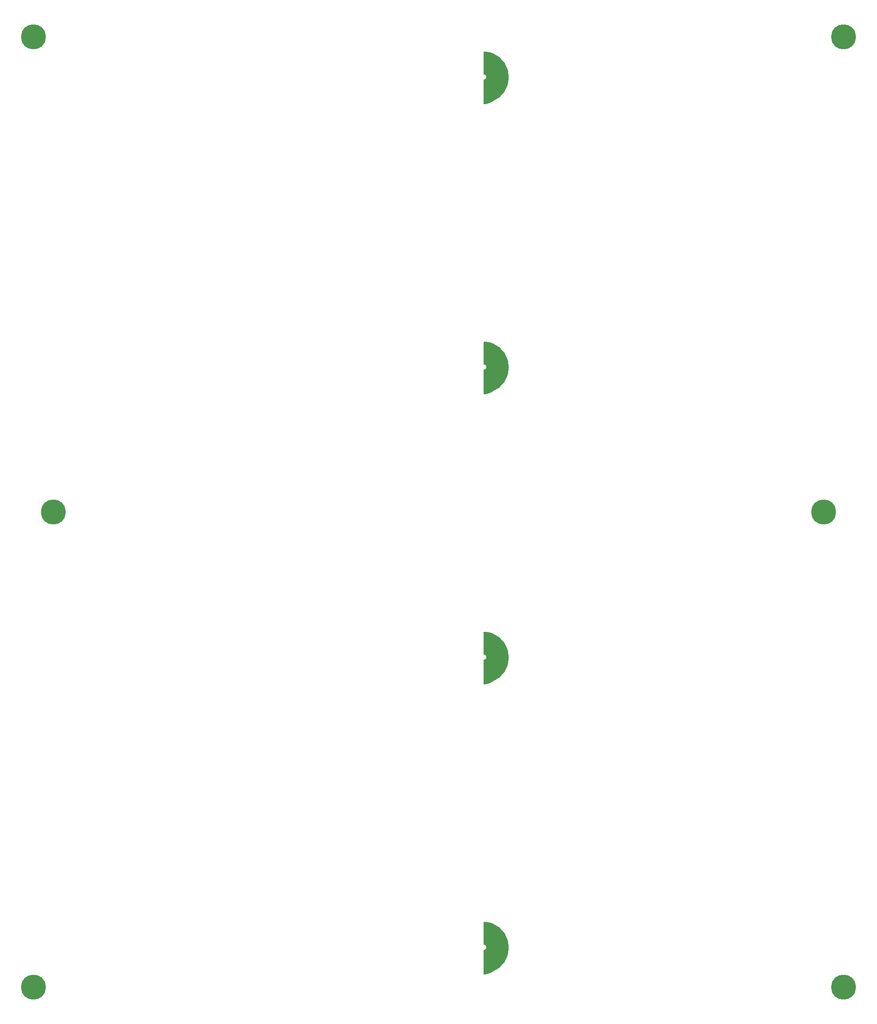
<source format=gbr>
%TF.GenerationSoftware,KiCad,Pcbnew,5.99.0-unknown-c07a38b91~106~ubuntu20.04.1*%
%TF.CreationDate,2020-11-24T10:54:45-06:00*%
%TF.ProjectId,FlatAntPanel4x4,466c6174-416e-4745-9061-6e656c347834,rev?*%
%TF.SameCoordinates,Original*%
%TF.FileFunction,Soldermask,Top*%
%TF.FilePolarity,Negative*%
%FSLAX46Y46*%
G04 Gerber Fmt 4.6, Leading zero omitted, Abs format (unit mm)*
G04 Created by KiCad (PCBNEW 5.99.0-unknown-c07a38b91~106~ubuntu20.04.1) date 2020-11-24 10:54:45*
%MOMM*%
%LPD*%
G01*
G04 APERTURE LIST*
%ADD10C,2.500000*%
%ADD11C,0.000100*%
%ADD12C,5.000000*%
%ADD13C,2.900000*%
G04 APERTURE END LIST*
D10*
%TO.C,FEED 4*%
X103263695Y-196414653D02*
G75*
G02*
X103253400Y-203784238I-1419607J-3682817D01*
G01*
D11*
X103473400Y-195179400D02*
X102003400Y-194959400D01*
X102003400Y-194959400D02*
X102003400Y-199454485D01*
X102003400Y-199454485D02*
X104503400Y-199459400D01*
X104503400Y-199459400D02*
X103473400Y-195179400D01*
G36*
X103473400Y-195179400D02*
G01*
X104503400Y-199459400D01*
X102003400Y-199454485D01*
X102003400Y-194959400D01*
X103473400Y-195179400D01*
G37*
X103473400Y-195179400D02*
X104503400Y-199459400D01*
X102003400Y-199454485D01*
X102003400Y-194959400D01*
X103473400Y-195179400D01*
X104753400Y-200559400D02*
X102003400Y-200559400D01*
X102003400Y-200559400D02*
X102003400Y-205039400D01*
X102003400Y-205039400D02*
X103293400Y-205039400D01*
X103293400Y-205039400D02*
X104753400Y-200559400D01*
G36*
X103293400Y-205039400D02*
G01*
X102003400Y-205039400D01*
X102003400Y-200559400D01*
X104753400Y-200559400D01*
X103293400Y-205039400D01*
G37*
X103293400Y-205039400D02*
X102003400Y-205039400D01*
X102003400Y-200559400D01*
X104753400Y-200559400D01*
X103293400Y-205039400D01*
X103263400Y-195119400D02*
X103093400Y-195079400D01*
X103093400Y-195079400D02*
X102893400Y-195039400D01*
X102893400Y-195039400D02*
X102643400Y-194999400D01*
X102643400Y-194999400D02*
X102453400Y-194979400D01*
X102453400Y-194979400D02*
X102303400Y-194969400D01*
X102303400Y-194969400D02*
X102093400Y-194959400D01*
X102093400Y-194959400D02*
X102003400Y-194959400D01*
X102003400Y-194959400D02*
X103473400Y-195179400D01*
X103473400Y-195179400D02*
X103263400Y-195119400D01*
G36*
X102303400Y-194969400D02*
G01*
X102453400Y-194979400D01*
X102643400Y-194999400D01*
X102893400Y-195039400D01*
X103093400Y-195079400D01*
X103263400Y-195119400D01*
X103473400Y-195179400D01*
X102003400Y-194959400D01*
X102093400Y-194959400D01*
X102303400Y-194969400D01*
G37*
X102303400Y-194969400D02*
X102453400Y-194979400D01*
X102643400Y-194999400D01*
X102893400Y-195039400D01*
X103093400Y-195079400D01*
X103263400Y-195119400D01*
X103473400Y-195179400D01*
X102003400Y-194959400D01*
X102093400Y-194959400D01*
X102303400Y-194969400D01*
X102328400Y-205358150D02*
X102523400Y-205319400D01*
X102523400Y-205319400D02*
X102683400Y-205289400D01*
X102683400Y-205289400D02*
X102883400Y-205239400D01*
X102883400Y-205239400D02*
X103213400Y-205129400D01*
X103213400Y-205129400D02*
X103593400Y-204989400D01*
X103593400Y-204989400D02*
X102003400Y-205029400D01*
X102003400Y-205029400D02*
X102003400Y-205379400D01*
X102003400Y-205379400D02*
X102133400Y-205379400D01*
X102133400Y-205379400D02*
X102328400Y-205358150D01*
G36*
X103213400Y-205129400D02*
G01*
X102883400Y-205239400D01*
X102683400Y-205289400D01*
X102523400Y-205319400D01*
X102328400Y-205358150D01*
X102133400Y-205379400D01*
X102003400Y-205379400D01*
X102003400Y-205029400D01*
X103593400Y-204989400D01*
X103213400Y-205129400D01*
G37*
X103213400Y-205129400D02*
X102883400Y-205239400D01*
X102683400Y-205289400D01*
X102523400Y-205319400D01*
X102328400Y-205358150D01*
X102133400Y-205379400D01*
X102003400Y-205379400D01*
X102003400Y-205029400D01*
X103593400Y-204989400D01*
X103213400Y-205129400D01*
X104573400Y-199449400D02*
X102543400Y-199449400D01*
X102543400Y-199449400D02*
X102543400Y-200559400D01*
X102543400Y-200559400D02*
X104573400Y-200559400D01*
X104573400Y-200559400D02*
X104573400Y-199449400D01*
G36*
X104573400Y-200559400D02*
G01*
X102543400Y-200559400D01*
X102543400Y-199449400D01*
X104573400Y-199449400D01*
X104573400Y-200559400D01*
G37*
X104573400Y-200559400D02*
X102543400Y-200559400D01*
X102543400Y-199449400D01*
X104573400Y-199449400D01*
X104573400Y-200559400D01*
X102613400Y-199439400D02*
X102023400Y-199439400D01*
X102023400Y-199439400D02*
X102113400Y-199459400D01*
X102113400Y-199459400D02*
X102223400Y-199499400D01*
X102223400Y-199499400D02*
X102323400Y-199549400D01*
X102323400Y-199549400D02*
X102413400Y-199619400D01*
X102413400Y-199619400D02*
X102473400Y-199689400D01*
X102473400Y-199689400D02*
X102540900Y-199825650D01*
X102540900Y-199825650D02*
X102552150Y-200048775D01*
X102552150Y-200048775D02*
X102514650Y-200190025D01*
X102514650Y-200190025D02*
X102463400Y-200279400D01*
X102463400Y-200279400D02*
X102413400Y-200349400D01*
X102413400Y-200349400D02*
X102353400Y-200419400D01*
X102353400Y-200419400D02*
X102283400Y-200479400D01*
X102283400Y-200479400D02*
X102213400Y-200519400D01*
X102213400Y-200519400D02*
X102113400Y-200559400D01*
X102113400Y-200559400D02*
X102613400Y-200559400D01*
X102613400Y-200559400D02*
X102613400Y-199439400D01*
G36*
X102613400Y-200559400D02*
G01*
X102113400Y-200559400D01*
X102213400Y-200519400D01*
X102283400Y-200479400D01*
X102353400Y-200419400D01*
X102413400Y-200349400D01*
X102463400Y-200279400D01*
X102514650Y-200190025D01*
X102552150Y-200048775D01*
X102540900Y-199825650D01*
X102473400Y-199689400D01*
X102413400Y-199619400D01*
X102323400Y-199549400D01*
X102223400Y-199499400D01*
X102113400Y-199459400D01*
X102023400Y-199439400D01*
X102613400Y-199439400D01*
X102613400Y-200559400D01*
G37*
X102613400Y-200559400D02*
X102113400Y-200559400D01*
X102213400Y-200519400D01*
X102283400Y-200479400D01*
X102353400Y-200419400D01*
X102413400Y-200349400D01*
X102463400Y-200279400D01*
X102514650Y-200190025D01*
X102552150Y-200048775D01*
X102540900Y-199825650D01*
X102473400Y-199689400D01*
X102413400Y-199619400D01*
X102323400Y-199549400D01*
X102223400Y-199499400D01*
X102113400Y-199459400D01*
X102023400Y-199439400D01*
X102613400Y-199439400D01*
X102613400Y-200559400D01*
D10*
%TO.C,FEED 1*%
X103263695Y-22414653D02*
G75*
G02*
X103253400Y-29784238I-1419607J-3682817D01*
G01*
D11*
X103473400Y-21179400D02*
X102003400Y-20959400D01*
X102003400Y-20959400D02*
X102003400Y-25454485D01*
X102003400Y-25454485D02*
X104503400Y-25459400D01*
X104503400Y-25459400D02*
X103473400Y-21179400D01*
G36*
X103473400Y-21179400D02*
G01*
X104503400Y-25459400D01*
X102003400Y-25454485D01*
X102003400Y-20959400D01*
X103473400Y-21179400D01*
G37*
X103473400Y-21179400D02*
X104503400Y-25459400D01*
X102003400Y-25454485D01*
X102003400Y-20959400D01*
X103473400Y-21179400D01*
X104573400Y-25449400D02*
X102543400Y-25449400D01*
X102543400Y-25449400D02*
X102543400Y-26559400D01*
X102543400Y-26559400D02*
X104573400Y-26559400D01*
X104573400Y-26559400D02*
X104573400Y-25449400D01*
G36*
X104573400Y-26559400D02*
G01*
X102543400Y-26559400D01*
X102543400Y-25449400D01*
X104573400Y-25449400D01*
X104573400Y-26559400D01*
G37*
X104573400Y-26559400D02*
X102543400Y-26559400D01*
X102543400Y-25449400D01*
X104573400Y-25449400D01*
X104573400Y-26559400D01*
X102613400Y-25439400D02*
X102023400Y-25439400D01*
X102023400Y-25439400D02*
X102113400Y-25459400D01*
X102113400Y-25459400D02*
X102223400Y-25499400D01*
X102223400Y-25499400D02*
X102323400Y-25549400D01*
X102323400Y-25549400D02*
X102413400Y-25619400D01*
X102413400Y-25619400D02*
X102473400Y-25689400D01*
X102473400Y-25689400D02*
X102540900Y-25825650D01*
X102540900Y-25825650D02*
X102552150Y-26048775D01*
X102552150Y-26048775D02*
X102514650Y-26190025D01*
X102514650Y-26190025D02*
X102463400Y-26279400D01*
X102463400Y-26279400D02*
X102413400Y-26349400D01*
X102413400Y-26349400D02*
X102353400Y-26419400D01*
X102353400Y-26419400D02*
X102283400Y-26479400D01*
X102283400Y-26479400D02*
X102213400Y-26519400D01*
X102213400Y-26519400D02*
X102113400Y-26559400D01*
X102113400Y-26559400D02*
X102613400Y-26559400D01*
X102613400Y-26559400D02*
X102613400Y-25439400D01*
G36*
X102613400Y-26559400D02*
G01*
X102113400Y-26559400D01*
X102213400Y-26519400D01*
X102283400Y-26479400D01*
X102353400Y-26419400D01*
X102413400Y-26349400D01*
X102463400Y-26279400D01*
X102514650Y-26190025D01*
X102552150Y-26048775D01*
X102540900Y-25825650D01*
X102473400Y-25689400D01*
X102413400Y-25619400D01*
X102323400Y-25549400D01*
X102223400Y-25499400D01*
X102113400Y-25459400D01*
X102023400Y-25439400D01*
X102613400Y-25439400D01*
X102613400Y-26559400D01*
G37*
X102613400Y-26559400D02*
X102113400Y-26559400D01*
X102213400Y-26519400D01*
X102283400Y-26479400D01*
X102353400Y-26419400D01*
X102413400Y-26349400D01*
X102463400Y-26279400D01*
X102514650Y-26190025D01*
X102552150Y-26048775D01*
X102540900Y-25825650D01*
X102473400Y-25689400D01*
X102413400Y-25619400D01*
X102323400Y-25549400D01*
X102223400Y-25499400D01*
X102113400Y-25459400D01*
X102023400Y-25439400D01*
X102613400Y-25439400D01*
X102613400Y-26559400D01*
X103263400Y-21119400D02*
X103093400Y-21079400D01*
X103093400Y-21079400D02*
X102893400Y-21039400D01*
X102893400Y-21039400D02*
X102643400Y-20999400D01*
X102643400Y-20999400D02*
X102453400Y-20979400D01*
X102453400Y-20979400D02*
X102303400Y-20969400D01*
X102303400Y-20969400D02*
X102093400Y-20959400D01*
X102093400Y-20959400D02*
X102003400Y-20959400D01*
X102003400Y-20959400D02*
X103473400Y-21179400D01*
X103473400Y-21179400D02*
X103263400Y-21119400D01*
G36*
X102303400Y-20969400D02*
G01*
X102453400Y-20979400D01*
X102643400Y-20999400D01*
X102893400Y-21039400D01*
X103093400Y-21079400D01*
X103263400Y-21119400D01*
X103473400Y-21179400D01*
X102003400Y-20959400D01*
X102093400Y-20959400D01*
X102303400Y-20969400D01*
G37*
X102303400Y-20969400D02*
X102453400Y-20979400D01*
X102643400Y-20999400D01*
X102893400Y-21039400D01*
X103093400Y-21079400D01*
X103263400Y-21119400D01*
X103473400Y-21179400D01*
X102003400Y-20959400D01*
X102093400Y-20959400D01*
X102303400Y-20969400D01*
X104753400Y-26559400D02*
X102003400Y-26559400D01*
X102003400Y-26559400D02*
X102003400Y-31039400D01*
X102003400Y-31039400D02*
X103293400Y-31039400D01*
X103293400Y-31039400D02*
X104753400Y-26559400D01*
G36*
X103293400Y-31039400D02*
G01*
X102003400Y-31039400D01*
X102003400Y-26559400D01*
X104753400Y-26559400D01*
X103293400Y-31039400D01*
G37*
X103293400Y-31039400D02*
X102003400Y-31039400D01*
X102003400Y-26559400D01*
X104753400Y-26559400D01*
X103293400Y-31039400D01*
X102328400Y-31358150D02*
X102523400Y-31319400D01*
X102523400Y-31319400D02*
X102683400Y-31289400D01*
X102683400Y-31289400D02*
X102883400Y-31239400D01*
X102883400Y-31239400D02*
X103213400Y-31129400D01*
X103213400Y-31129400D02*
X103593400Y-30989400D01*
X103593400Y-30989400D02*
X102003400Y-31029400D01*
X102003400Y-31029400D02*
X102003400Y-31379400D01*
X102003400Y-31379400D02*
X102133400Y-31379400D01*
X102133400Y-31379400D02*
X102328400Y-31358150D01*
G36*
X103213400Y-31129400D02*
G01*
X102883400Y-31239400D01*
X102683400Y-31289400D01*
X102523400Y-31319400D01*
X102328400Y-31358150D01*
X102133400Y-31379400D01*
X102003400Y-31379400D01*
X102003400Y-31029400D01*
X103593400Y-30989400D01*
X103213400Y-31129400D01*
G37*
X103213400Y-31129400D02*
X102883400Y-31239400D01*
X102683400Y-31289400D01*
X102523400Y-31319400D01*
X102328400Y-31358150D01*
X102133400Y-31379400D01*
X102003400Y-31379400D01*
X102003400Y-31029400D01*
X103593400Y-30989400D01*
X103213400Y-31129400D01*
D10*
%TO.C,FEED 2*%
X103263695Y-80414653D02*
G75*
G02*
X103253400Y-87784238I-1419607J-3682817D01*
G01*
D11*
X104573400Y-83449400D02*
X102543400Y-83449400D01*
X102543400Y-83449400D02*
X102543400Y-84559400D01*
X102543400Y-84559400D02*
X104573400Y-84559400D01*
X104573400Y-84559400D02*
X104573400Y-83449400D01*
G36*
X104573400Y-84559400D02*
G01*
X102543400Y-84559400D01*
X102543400Y-83449400D01*
X104573400Y-83449400D01*
X104573400Y-84559400D01*
G37*
X104573400Y-84559400D02*
X102543400Y-84559400D01*
X102543400Y-83449400D01*
X104573400Y-83449400D01*
X104573400Y-84559400D01*
X102328400Y-89358150D02*
X102523400Y-89319400D01*
X102523400Y-89319400D02*
X102683400Y-89289400D01*
X102683400Y-89289400D02*
X102883400Y-89239400D01*
X102883400Y-89239400D02*
X103213400Y-89129400D01*
X103213400Y-89129400D02*
X103593400Y-88989400D01*
X103593400Y-88989400D02*
X102003400Y-89029400D01*
X102003400Y-89029400D02*
X102003400Y-89379400D01*
X102003400Y-89379400D02*
X102133400Y-89379400D01*
X102133400Y-89379400D02*
X102328400Y-89358150D01*
G36*
X103213400Y-89129400D02*
G01*
X102883400Y-89239400D01*
X102683400Y-89289400D01*
X102523400Y-89319400D01*
X102328400Y-89358150D01*
X102133400Y-89379400D01*
X102003400Y-89379400D01*
X102003400Y-89029400D01*
X103593400Y-88989400D01*
X103213400Y-89129400D01*
G37*
X103213400Y-89129400D02*
X102883400Y-89239400D01*
X102683400Y-89289400D01*
X102523400Y-89319400D01*
X102328400Y-89358150D01*
X102133400Y-89379400D01*
X102003400Y-89379400D01*
X102003400Y-89029400D01*
X103593400Y-88989400D01*
X103213400Y-89129400D01*
X104753400Y-84559400D02*
X102003400Y-84559400D01*
X102003400Y-84559400D02*
X102003400Y-89039400D01*
X102003400Y-89039400D02*
X103293400Y-89039400D01*
X103293400Y-89039400D02*
X104753400Y-84559400D01*
G36*
X103293400Y-89039400D02*
G01*
X102003400Y-89039400D01*
X102003400Y-84559400D01*
X104753400Y-84559400D01*
X103293400Y-89039400D01*
G37*
X103293400Y-89039400D02*
X102003400Y-89039400D01*
X102003400Y-84559400D01*
X104753400Y-84559400D01*
X103293400Y-89039400D01*
X102613400Y-83439400D02*
X102023400Y-83439400D01*
X102023400Y-83439400D02*
X102113400Y-83459400D01*
X102113400Y-83459400D02*
X102223400Y-83499400D01*
X102223400Y-83499400D02*
X102323400Y-83549400D01*
X102323400Y-83549400D02*
X102413400Y-83619400D01*
X102413400Y-83619400D02*
X102473400Y-83689400D01*
X102473400Y-83689400D02*
X102540900Y-83825650D01*
X102540900Y-83825650D02*
X102552150Y-84048775D01*
X102552150Y-84048775D02*
X102514650Y-84190025D01*
X102514650Y-84190025D02*
X102463400Y-84279400D01*
X102463400Y-84279400D02*
X102413400Y-84349400D01*
X102413400Y-84349400D02*
X102353400Y-84419400D01*
X102353400Y-84419400D02*
X102283400Y-84479400D01*
X102283400Y-84479400D02*
X102213400Y-84519400D01*
X102213400Y-84519400D02*
X102113400Y-84559400D01*
X102113400Y-84559400D02*
X102613400Y-84559400D01*
X102613400Y-84559400D02*
X102613400Y-83439400D01*
G36*
X102613400Y-84559400D02*
G01*
X102113400Y-84559400D01*
X102213400Y-84519400D01*
X102283400Y-84479400D01*
X102353400Y-84419400D01*
X102413400Y-84349400D01*
X102463400Y-84279400D01*
X102514650Y-84190025D01*
X102552150Y-84048775D01*
X102540900Y-83825650D01*
X102473400Y-83689400D01*
X102413400Y-83619400D01*
X102323400Y-83549400D01*
X102223400Y-83499400D01*
X102113400Y-83459400D01*
X102023400Y-83439400D01*
X102613400Y-83439400D01*
X102613400Y-84559400D01*
G37*
X102613400Y-84559400D02*
X102113400Y-84559400D01*
X102213400Y-84519400D01*
X102283400Y-84479400D01*
X102353400Y-84419400D01*
X102413400Y-84349400D01*
X102463400Y-84279400D01*
X102514650Y-84190025D01*
X102552150Y-84048775D01*
X102540900Y-83825650D01*
X102473400Y-83689400D01*
X102413400Y-83619400D01*
X102323400Y-83549400D01*
X102223400Y-83499400D01*
X102113400Y-83459400D01*
X102023400Y-83439400D01*
X102613400Y-83439400D01*
X102613400Y-84559400D01*
X103473400Y-79179400D02*
X102003400Y-78959400D01*
X102003400Y-78959400D02*
X102003400Y-83454485D01*
X102003400Y-83454485D02*
X104503400Y-83459400D01*
X104503400Y-83459400D02*
X103473400Y-79179400D01*
G36*
X103473400Y-79179400D02*
G01*
X104503400Y-83459400D01*
X102003400Y-83454485D01*
X102003400Y-78959400D01*
X103473400Y-79179400D01*
G37*
X103473400Y-79179400D02*
X104503400Y-83459400D01*
X102003400Y-83454485D01*
X102003400Y-78959400D01*
X103473400Y-79179400D01*
X103263400Y-79119400D02*
X103093400Y-79079400D01*
X103093400Y-79079400D02*
X102893400Y-79039400D01*
X102893400Y-79039400D02*
X102643400Y-78999400D01*
X102643400Y-78999400D02*
X102453400Y-78979400D01*
X102453400Y-78979400D02*
X102303400Y-78969400D01*
X102303400Y-78969400D02*
X102093400Y-78959400D01*
X102093400Y-78959400D02*
X102003400Y-78959400D01*
X102003400Y-78959400D02*
X103473400Y-79179400D01*
X103473400Y-79179400D02*
X103263400Y-79119400D01*
G36*
X102303400Y-78969400D02*
G01*
X102453400Y-78979400D01*
X102643400Y-78999400D01*
X102893400Y-79039400D01*
X103093400Y-79079400D01*
X103263400Y-79119400D01*
X103473400Y-79179400D01*
X102003400Y-78959400D01*
X102093400Y-78959400D01*
X102303400Y-78969400D01*
G37*
X102303400Y-78969400D02*
X102453400Y-78979400D01*
X102643400Y-78999400D01*
X102893400Y-79039400D01*
X103093400Y-79079400D01*
X103263400Y-79119400D01*
X103473400Y-79179400D01*
X102003400Y-78959400D01*
X102093400Y-78959400D01*
X102303400Y-78969400D01*
D10*
%TO.C,FEED 3*%
X103263695Y-138414653D02*
G75*
G02*
X103253400Y-145784238I-1419607J-3682817D01*
G01*
D11*
X102613400Y-141439400D02*
X102023400Y-141439400D01*
X102023400Y-141439400D02*
X102113400Y-141459400D01*
X102113400Y-141459400D02*
X102223400Y-141499400D01*
X102223400Y-141499400D02*
X102323400Y-141549400D01*
X102323400Y-141549400D02*
X102413400Y-141619400D01*
X102413400Y-141619400D02*
X102473400Y-141689400D01*
X102473400Y-141689400D02*
X102540900Y-141825650D01*
X102540900Y-141825650D02*
X102552150Y-142048775D01*
X102552150Y-142048775D02*
X102514650Y-142190025D01*
X102514650Y-142190025D02*
X102463400Y-142279400D01*
X102463400Y-142279400D02*
X102413400Y-142349400D01*
X102413400Y-142349400D02*
X102353400Y-142419400D01*
X102353400Y-142419400D02*
X102283400Y-142479400D01*
X102283400Y-142479400D02*
X102213400Y-142519400D01*
X102213400Y-142519400D02*
X102113400Y-142559400D01*
X102113400Y-142559400D02*
X102613400Y-142559400D01*
X102613400Y-142559400D02*
X102613400Y-141439400D01*
G36*
X102613400Y-142559400D02*
G01*
X102113400Y-142559400D01*
X102213400Y-142519400D01*
X102283400Y-142479400D01*
X102353400Y-142419400D01*
X102413400Y-142349400D01*
X102463400Y-142279400D01*
X102514650Y-142190025D01*
X102552150Y-142048775D01*
X102540900Y-141825650D01*
X102473400Y-141689400D01*
X102413400Y-141619400D01*
X102323400Y-141549400D01*
X102223400Y-141499400D01*
X102113400Y-141459400D01*
X102023400Y-141439400D01*
X102613400Y-141439400D01*
X102613400Y-142559400D01*
G37*
X102613400Y-142559400D02*
X102113400Y-142559400D01*
X102213400Y-142519400D01*
X102283400Y-142479400D01*
X102353400Y-142419400D01*
X102413400Y-142349400D01*
X102463400Y-142279400D01*
X102514650Y-142190025D01*
X102552150Y-142048775D01*
X102540900Y-141825650D01*
X102473400Y-141689400D01*
X102413400Y-141619400D01*
X102323400Y-141549400D01*
X102223400Y-141499400D01*
X102113400Y-141459400D01*
X102023400Y-141439400D01*
X102613400Y-141439400D01*
X102613400Y-142559400D01*
X104753400Y-142559400D02*
X102003400Y-142559400D01*
X102003400Y-142559400D02*
X102003400Y-147039400D01*
X102003400Y-147039400D02*
X103293400Y-147039400D01*
X103293400Y-147039400D02*
X104753400Y-142559400D01*
G36*
X103293400Y-147039400D02*
G01*
X102003400Y-147039400D01*
X102003400Y-142559400D01*
X104753400Y-142559400D01*
X103293400Y-147039400D01*
G37*
X103293400Y-147039400D02*
X102003400Y-147039400D01*
X102003400Y-142559400D01*
X104753400Y-142559400D01*
X103293400Y-147039400D01*
X104573400Y-141449400D02*
X102543400Y-141449400D01*
X102543400Y-141449400D02*
X102543400Y-142559400D01*
X102543400Y-142559400D02*
X104573400Y-142559400D01*
X104573400Y-142559400D02*
X104573400Y-141449400D01*
G36*
X104573400Y-142559400D02*
G01*
X102543400Y-142559400D01*
X102543400Y-141449400D01*
X104573400Y-141449400D01*
X104573400Y-142559400D01*
G37*
X104573400Y-142559400D02*
X102543400Y-142559400D01*
X102543400Y-141449400D01*
X104573400Y-141449400D01*
X104573400Y-142559400D01*
X102328400Y-147358150D02*
X102523400Y-147319400D01*
X102523400Y-147319400D02*
X102683400Y-147289400D01*
X102683400Y-147289400D02*
X102883400Y-147239400D01*
X102883400Y-147239400D02*
X103213400Y-147129400D01*
X103213400Y-147129400D02*
X103593400Y-146989400D01*
X103593400Y-146989400D02*
X102003400Y-147029400D01*
X102003400Y-147029400D02*
X102003400Y-147379400D01*
X102003400Y-147379400D02*
X102133400Y-147379400D01*
X102133400Y-147379400D02*
X102328400Y-147358150D01*
G36*
X103213400Y-147129400D02*
G01*
X102883400Y-147239400D01*
X102683400Y-147289400D01*
X102523400Y-147319400D01*
X102328400Y-147358150D01*
X102133400Y-147379400D01*
X102003400Y-147379400D01*
X102003400Y-147029400D01*
X103593400Y-146989400D01*
X103213400Y-147129400D01*
G37*
X103213400Y-147129400D02*
X102883400Y-147239400D01*
X102683400Y-147289400D01*
X102523400Y-147319400D01*
X102328400Y-147358150D01*
X102133400Y-147379400D01*
X102003400Y-147379400D01*
X102003400Y-147029400D01*
X103593400Y-146989400D01*
X103213400Y-147129400D01*
X103473400Y-137179400D02*
X102003400Y-136959400D01*
X102003400Y-136959400D02*
X102003400Y-141454485D01*
X102003400Y-141454485D02*
X104503400Y-141459400D01*
X104503400Y-141459400D02*
X103473400Y-137179400D01*
G36*
X103473400Y-137179400D02*
G01*
X104503400Y-141459400D01*
X102003400Y-141454485D01*
X102003400Y-136959400D01*
X103473400Y-137179400D01*
G37*
X103473400Y-137179400D02*
X104503400Y-141459400D01*
X102003400Y-141454485D01*
X102003400Y-136959400D01*
X103473400Y-137179400D01*
X103263400Y-137119400D02*
X103093400Y-137079400D01*
X103093400Y-137079400D02*
X102893400Y-137039400D01*
X102893400Y-137039400D02*
X102643400Y-136999400D01*
X102643400Y-136999400D02*
X102453400Y-136979400D01*
X102453400Y-136979400D02*
X102303400Y-136969400D01*
X102303400Y-136969400D02*
X102093400Y-136959400D01*
X102093400Y-136959400D02*
X102003400Y-136959400D01*
X102003400Y-136959400D02*
X103473400Y-137179400D01*
X103473400Y-137179400D02*
X103263400Y-137119400D01*
G36*
X102303400Y-136969400D02*
G01*
X102453400Y-136979400D01*
X102643400Y-136999400D01*
X102893400Y-137039400D01*
X103093400Y-137079400D01*
X103263400Y-137119400D01*
X103473400Y-137179400D01*
X102003400Y-136959400D01*
X102093400Y-136959400D01*
X102303400Y-136969400D01*
G37*
X102303400Y-136969400D02*
X102453400Y-136979400D01*
X102643400Y-136999400D01*
X102893400Y-137039400D01*
X103093400Y-137079400D01*
X103263400Y-137119400D01*
X103473400Y-137179400D01*
X102003400Y-136959400D01*
X102093400Y-136959400D01*
X102303400Y-136969400D01*
%TD*%
D12*
%TO.C,H12*%
X170000000Y-113000000D03*
D13*
X170000000Y-113000000D03*
%TD*%
%TO.C,H4*%
X174000000Y-208000000D03*
D12*
X174000000Y-208000000D03*
%TD*%
%TO.C,H2*%
X174000000Y-18000000D03*
D13*
X174000000Y-18000000D03*
%TD*%
D12*
%TO.C,H3*%
X12000000Y-208000000D03*
D13*
X12000000Y-208000000D03*
%TD*%
D12*
%TO.C,H1*%
X12000000Y-18000000D03*
D13*
X12000000Y-18000000D03*
%TD*%
%TO.C,H11*%
X16000000Y-113000000D03*
D12*
X16000000Y-113000000D03*
%TD*%
M02*

</source>
